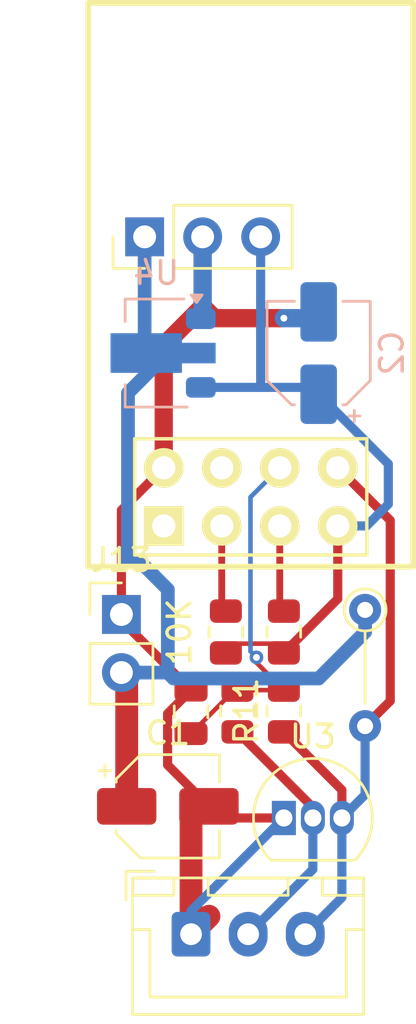
<source format=kicad_pcb>
(kicad_pcb (version 20241229) (generator "pcbnew") (generator_version "9.0")
  (layers (0 "F.Cu" signal) (2 "B.Cu" signal) (13 "F.Paste" user) (15 "B.Paste" user) (5 "F.SilkS" user "F.Silkscreen") (7 "B.SilkS" user "B.Silkscreen") (1 "F.Mask" user) (3 "B.Mask" user) (25 "Edge.Cuts" user))
  (net 0 "")
  (net 1 "Net-(U1-RST)")
  (net 2 "+5V")
  (net 3 "+3V3")
  (net 4 "Net-(U1-CH_PD)")
  (net 7 "1WIRE")
  (net 8 "GND")
  (net 9 "1W5V")
  (net 10 "/1WIRE_BUS")
  (footprint "Capacitor_SMD:C_0805_2012Metric" (layer "F.Cu") (at 138.176 89.85 90)
    (property "Reference" "C7" (hide yes))
    (property "Value" "479pF")
    (fp_line (start -0.261252 -0.735) (end 0.261252 -0.735) (stroke (width 0.12)) (layer "F.SilkS"))
    (fp_line (start -0.261252 0.735) (end 0.261252 0.735) (stroke (width 0.12)) (layer "F.SilkS"))
    (pad "1" smd roundrect (at -0.95 0 90) (size 1 1.45) (layers "F.Cu" "F.Mask" "F.Paste") (net 7 "1WIRE"))
    (pad "2" smd roundrect (at 0.95 0 90) (size 1 1.45) (layers "F.Cu" "F.Mask" "F.Paste") (net 8 "GND"))
  )
  (footprint "Capacitor_SMD:CP_Elec_4x4.5" (layer "F.Cu") (at 137.16 93.98)
    (property "Reference" "C1" (at 0 -3.2 0) (layer "F.SilkS"))
    (property "Value" "10uf")
    (fp_line (start -3 -1.56) (end -2.5 -1.56) (stroke (width 0.12)) (layer "F.SilkS"))
    (fp_line (start -2.75 -1.81) (end -2.75 -1.31) (stroke (width 0.12)) (layer "F.SilkS"))
    (fp_line (start -2.26 -1.195563) (end -2.26 -1.06) (stroke (width 0.12)) (layer "F.SilkS"))
    (fp_line (start -2.26 -1.195563) (end -1.195563 -2.26) (stroke (width 0.12)) (layer "F.SilkS"))
    (fp_line (start -2.26 1.195563) (end -2.26 1.06) (stroke (width 0.12)) (layer "F.SilkS"))
    (fp_line (start -2.26 1.195563) (end -1.195563 2.26) (stroke (width 0.12)) (layer "F.SilkS"))
    (fp_line (start -1.195563 -2.26) (end 2.26 -2.26) (stroke (width 0.12)) (layer "F.SilkS"))
    (fp_line (start -1.195563 2.26) (end 2.26 2.26) (stroke (width 0.12)) (layer "F.SilkS"))
    (fp_line (start 2.26 -2.26) (end 2.26 -1.06) (stroke (width 0.12)) (layer "F.SilkS"))
    (fp_line (start 2.26 2.26) (end 2.26 1.06) (stroke (width 0.12)) (layer "F.SilkS"))
    (pad "1" smd roundrect (at -1.8 0) (size 2.6 1.6) (layers "F.Cu" "F.Mask" "F.Paste") (roundrect_rratio 0.15625) (net 2 "+5V"))
    (pad "2" smd roundrect (at 1.8 0) (size 2.6 1.6) (layers "F.Cu" "F.Mask" "F.Paste") (roundrect_rratio 0.15625) (net 8 "GND"))
  )
  (footprint "Resistor_SMD:R_0805_2012Metric" (layer "F.Cu") (at 142.24 89.8125 90)
    (property "Reference" "R11" (at 0 -1.65 90) (layer "F.SilkS"))
    (property "Value" "4K7")
    (fp_line (start -0.227064 -0.735) (end 0.227064 -0.735) (stroke (width 0.12)) (layer "F.SilkS"))
    (fp_line (start -0.227064 0.735) (end 0.227064 0.735) (stroke (width 0.12)) (layer "F.SilkS"))
    (pad "1" smd roundrect (at -0.9125 0 90) (size 1.025 1.4) (layers "F.Cu" "F.Mask" "F.Paste") (roundrect_rratio 0.243902) (net 9 "1W5V"))
    (pad "2" smd roundrect (at 0.9125 0 90) (size 1.025 1.4) (layers "F.Cu" "F.Mask" "F.Paste") (roundrect_rratio 0.243902) (net 7 "1WIRE"))
  )
  (footprint "Connector_PinHeader_2.54mm:PinHeader_1x03_P2.54mm_Vertical" (layer "F.Cu") (at 136.144 69.088 90)
    (property "Reference" "J2" (hide yes))
    (property "Value" "Conn_01x03" (hide yes))
    (fp_line (start -1.38 -1.38) (end 0 -1.38) (stroke (width 0.12)) (layer "F.SilkS"))
    (fp_line (start -1.38 0) (end -1.38 -1.38) (stroke (width 0.12)) (layer "F.SilkS"))
    (fp_line (start 1.38 1.27) (end 1.38 6.46) (stroke (width 0.12)) (layer "F.SilkS"))
    (fp_line (start -1.38 1.27) (end 1.38 1.27) (stroke (width 0.12)) (layer "F.SilkS"))
    (fp_line (start -1.38 1.27) (end -1.38 6.46) (stroke (width 0.12)) (layer "F.SilkS"))
    (fp_line (start -1.38 6.46) (end 1.38 6.46) (stroke (width 0.12)) (layer "F.SilkS"))
    (pad "1" thru_hole rect (at 0 0 90) (size 1.7 1.7) (drill 1) (layers "*.Cu" "*.Mask") (net 2 "+5V"))
    (pad "2" thru_hole circle (at 0 2.54 90) (size 1.7 1.7) (drill 1) (layers "*.Cu" "*.Mask") (net 8 "GND"))
    (pad "3" thru_hole circle (at 0 5.08 90) (size 1.7 1.7) (drill 1) (layers "*.Cu" "*.Mask") (net 3 "+3V3"))
  )
  (footprint "Resistor_SMD:R_0805_2012Metric" (layer "F.Cu") (at 140.208 89.8125 -90)
    (property "Reference" "R12" (hide yes))
    (property "Value" "62")
    (fp_line (start -0.227064 0.735) (end 0.227064 0.735) (stroke (width 0.12)) (layer "F.SilkS"))
    (fp_line (start -0.227064 -0.735) (end 0.227064 -0.735) (stroke (width 0.12)) (layer "F.SilkS"))
    (pad "1" smd roundrect (at -0.9125 0 270) (size 1.025 1.4) (layers "F.Cu" "F.Mask" "F.Paste") (roundrect_rratio 0.243902) (net 7 "1WIRE"))
    (pad "2" smd roundrect (at 0.9125 0 270) (size 1.025 1.4) (layers "F.Cu" "F.Mask" "F.Paste") (roundrect_rratio 0.243902) (net 10 "/1WIRE_BUS"))
  )
  (footprint "Connector_PinHeader_2.54mm:PinHeader_1x02_P2.54mm_Vertical" (layer "F.Cu") (at 135.128 85.593)
    (property "Reference" "J13" (at 0 -2.38 0) (layer "F.SilkS"))
    (property "Value" "Conn_01x02" (hide yes))
    (fp_line (start -1.38 -1.38) (end 0 -1.38) (stroke (width 0.12)) (layer "F.SilkS"))
    (fp_line (start -1.38 0) (end -1.38 -1.38) (stroke (width 0.12)) (layer "F.SilkS"))
    (fp_line (start -1.38 1.27) (end -1.38 3.92) (stroke (width 0.12)) (layer "F.SilkS"))
    (fp_line (start -1.38 1.27) (end 1.38 1.27) (stroke (width 0.12)) (layer "F.SilkS"))
    (fp_line (start -1.38 3.92) (end 1.38 3.92) (stroke (width 0.12)) (layer "F.SilkS"))
    (fp_line (start 1.38 1.27) (end 1.38 3.92) (stroke (width 0.12)) (layer "F.SilkS"))
    (pad "1" thru_hole rect (at 0 0) (size 1.7 1.7) (drill 1) (layers "*.Cu" "*.Mask") (net 8 "GND"))
    (pad "2" thru_hole circle (at 0 2.54) (size 1.7 1.7) (drill 1) (layers "*.Cu" "*.Mask") (net 2 "+5V"))
  )
  (footprint "Package_TO_SOT_THT:TO-92_Inline" (layer "F.Cu") (at 142.24 94.488)
    (property "Reference" "U3" (at 1.27 -3.56 0) (layer "F.SilkS"))
    (property "Value" "DS18B20" (hide yes))
    (fp_line (start -0.53 1.85) (end 3.07 1.85) (stroke (width 0.12)) (layer "F.SilkS"))
    (fp_arc (start -0.568478 1.838478) (mid -1.132087 -0.994977) (end 1.27 -2.6) (stroke (width 0.12)) (layer "F.SilkS"))
    (fp_arc (start 1.27 -2.6) (mid 3.672087 -0.994977) (end 3.108478 1.838478) (stroke (width 0.12)) (layer "F.SilkS"))
    (pad "1" thru_hole rect (at 0 0) (size 1.05 1.5) (drill 0.75) (layers "*.Cu" "*.Mask") (net 8 "GND"))
    (pad "2" thru_hole oval (at 1.27 0) (size 1.05 1.5) (drill 0.75) (layers "*.Cu" "*.Mask") (net 10 "/1WIRE_BUS"))
    (pad "3" thru_hole oval (at 2.54 0) (size 1.05 1.5) (drill 0.75) (layers "*.Cu" "*.Mask") (net 9 "1W5V"))
  )
  (footprint "Resistor_THT:R_Axial_DIN0204_L3.6mm_D1.6mm_P5.08mm_Vertical" (layer "F.Cu") (at 145.796 85.394 -90)
    (property "Reference" "F1" (hide yes))
    (property "Value" "Polyfuse_Small" (hide yes))
    (fp_line (start 0.92 0) (end 4.08 0) (stroke (width 0.12)) (layer "F.SilkS"))
    (fp_circle (center 0 0) (end 0.92 0) (stroke (width 0.12)) (fill no) (layer "F.SilkS"))
    (pad "1" thru_hole circle (at 0 0 270) (size 1.4 1.4) (drill 0.7) (layers "*.Cu" "*.Mask") (net 2 "+5V"))
    (pad "2" thru_hole oval (at 5.08 0 270) (size 1.4 1.4) (drill 0.7) (layers "*.Cu" "*.Mask") (net 9 "1W5V"))
  )
  (footprint "ESP8266:ESP-01" (layer "F.Cu") (at 136.98 81.724 90)
    (property "Reference" "U1" (hide yes))
    (property "Value" "ESP-01v090" (hide yes))
    (fp_line (start 22.86 -3.302) (end 22.86 10.922) (stroke (width 0.254)) (layer "F.SilkS"))
    (fp_line (start -1.778 -3.302) (end 22.86 -3.302) (stroke (width 0.254)) (layer "F.SilkS"))
    (fp_line (start 3.81 -1.27) (end 1.27 -1.27) (stroke (width 0.1524)) (layer "F.SilkS"))
    (fp_line (start 1.27 -1.27) (end -1.27 -1.27) (stroke (width 0.1524)) (layer "F.SilkS"))
    (fp_line (start -1.27 -1.27) (end -1.27 1.27) (stroke (width 0.1524)) (layer "F.SilkS"))
    (fp_line (start -1.27 1.27) (end -1.27 8.89) (stroke (width 0.1524)) (layer "F.SilkS"))
    (fp_line (start 3.81 8.89) (end 3.81 -1.27) (stroke (width 0.1524)) (layer "F.SilkS"))
    (fp_line (start -1.27 8.89) (end 3.81 8.89) (stroke (width 0.1524)) (layer "F.SilkS"))
    (fp_line (start 22.86 10.922) (end -1.778 10.922) (stroke (width 0.254)) (layer "F.SilkS"))
    (fp_line (start -1.778 10.922) (end -1.778 -3.302) (stroke (width 0.254)) (layer "F.SilkS"))
    (pad "1" thru_hole rect (at 0 0 90) (size 1.7272 1.7272) (drill 1.016) (layers "*.Cu" "*.Mask" "F.SilkS"))
    (pad "2" thru_hole oval (at 2.54 0 90) (size 1.7272 1.7272) (drill 1.016) (layers "*.Cu" "*.Mask" "F.SilkS") (net 8 "GND"))
    (pad "3" thru_hole oval (at 0 2.54 90) (size 1.7272 1.7272) (drill 1.016) (layers "*.Cu" "*.Mask" "F.SilkS") (net 4 "Net-(U1-CH_PD)"))
    (pad "4" thru_hole oval (at 2.54 2.54 90) (size 1.7272 1.7272) (drill 1.016) (layers "*.Cu" "*.Mask" "F.SilkS"))
    (pad "5" thru_hole oval (at 0 5.08 90) (size 1.7272 1.7272) (drill 1.016) (layers "*.Cu" "*.Mask" "F.SilkS") (net 1 "Net-(U1-RST)"))
    (pad "6" thru_hole oval (at 2.54 5.08 90) (size 1.7272 1.7272) (drill 1.016) (layers "*.Cu" "*.Mask" "F.SilkS") (net 7 "1WIRE"))
    (pad "7" thru_hole oval (at 0 7.62 90) (size 1.7272 1.7272) (drill 1.016) (layers "*.Cu" "*.Mask" "F.SilkS") (net 3 "+3V3"))
    (pad "8" thru_hole oval (at 2.54 7.62 90) (size 1.7272 1.7272) (drill 1.016) (layers "*.Cu" "*.Mask" "F.SilkS") (net 9 "1W5V"))
  )
  (footprint "Resistor_SMD:R_0805_2012Metric" (layer "F.Cu") (at 139.7 86.36 90)
    (property "Reference" "R3" (hide yes))
    (property "Value" "10K" (at 0 -2.032 90) (layer "F.SilkS"))
    (fp_line (start -0.227064 -0.735) (end 0.227064 -0.735) (stroke (width 0.12)) (layer "F.SilkS"))
    (fp_line (start -0.227064 0.735) (end 0.227064 0.735) (stroke (width 0.12)) (layer "F.SilkS"))
    (pad "1" smd roundrect (at -0.9125 0 90) (size 1.025 1.4) (layers "F.Cu" "F.Mask" "F.Paste") (roundrect_rratio 0.243902) (net 3 "+3V3"))
    (pad "2" smd roundrect (at 0.9125 0 90) (size 1.025 1.4) (layers "F.Cu" "F.Mask" "F.Paste") (roundrect_rratio 0.243902) (net 4 "Net-(U1-CH_PD)"))
  )
  (footprint "Connector_JST:JST_XH_B3B-XH-A_1x03_P2.50mm_Vertical" (layer "F.Cu") (at 138.176 99.568)
    (property "Reference" "J12" (hide yes))
    (property "Value" "Conn_01x03_Male" (hide yes))
    (fp_line (start -2.85 -2.75) (end -2.85 -1.5) (stroke (width 0.12)) (layer "F.SilkS"))
    (fp_line (start -2.56 -2.46) (end -2.56 3.51) (stroke (width 0.12)) (layer "F.SilkS"))
    (fp_line (start -2.56 3.51) (end 7.56 3.51) (stroke (width 0.12)) (layer "F.SilkS"))
    (fp_line (start -2.55 -2.45) (end -2.55 -1.7) (stroke (width 0.12)) (layer "F.SilkS"))
    (fp_line (start -2.55 -1.7) (end -0.75 -1.7) (stroke (width 0.12)) (layer "F.SilkS"))
    (fp_line (start -2.55 -0.2) (end -1.8 -0.2) (stroke (width 0.12)) (layer "F.SilkS"))
    (fp_line (start -1.8 -0.2) (end -1.8 2.75) (stroke (width 0.12)) (layer "F.SilkS"))
    (fp_line (start -1.8 2.75) (end 2.5 2.75) (stroke (width 0.12)) (layer "F.SilkS"))
    (fp_line (start -1.6 -2.75) (end -2.85 -2.75) (stroke (width 0.12)) (layer "F.SilkS"))
    (fp_line (start -0.75 -2.45) (end -2.55 -2.45) (stroke (width 0.12)) (layer "F.SilkS"))
    (fp_line (start -0.75 -1.7) (end -0.75 -2.45) (stroke (width 0.12)) (layer "F.SilkS"))
    (fp_line (start 0.75 -2.45) (end 0.75 -1.7) (stroke (width 0.12)) (layer "F.SilkS"))
    (fp_line (start 0.75 -1.7) (end 4.25 -1.7) (stroke (width 0.12)) (layer "F.SilkS"))
    (fp_line (start 4.25 -2.45) (end 0.75 -2.45) (stroke (width 0.12)) (layer "F.SilkS"))
    (fp_line (start 4.25 -1.7) (end 4.25 -2.45) (stroke (width 0.12)) (layer "F.SilkS"))
    (fp_line (start 5.75 -2.45) (end 5.75 -1.7) (stroke (width 0.12)) (layer "F.SilkS"))
    (fp_line (start 5.75 -1.7) (end 7.55 -1.7) (stroke (width 0.12)) (layer "F.SilkS"))
    (fp_line (start 6.8 -0.2) (end 6.8 2.75) (stroke (width 0.12)) (layer "F.SilkS"))
    (fp_line (start 6.8 2.75) (end 2.5 2.75) (stroke (width 0.12)) (layer "F.SilkS"))
    (fp_line (start 7.55 -2.45) (end 5.75 -2.45) (stroke (width 0.12)) (layer "F.SilkS"))
    (fp_line (start 7.55 -1.7) (end 7.55 -2.45) (stroke (width 0.12)) (layer "F.SilkS"))
    (fp_line (start 7.55 -0.2) (end 6.8 -0.2) (stroke (width 0.12)) (layer "F.SilkS"))
    (fp_line (start 7.56 -2.46) (end -2.56 -2.46) (stroke (width 0.12)) (layer "F.SilkS"))
    (fp_line (start 7.56 3.51) (end 7.56 -2.46) (stroke (width 0.12)) (layer "F.SilkS"))
    (pad "1" thru_hole roundrect (at 0 0) (size 1.7 1.95) (drill 0.95) (layers "*.Cu" "*.Mask") (roundrect_rratio 0.147059) (net 8 "GND"))
    (pad "2" thru_hole oval (at 2.5 0) (size 1.7 1.95) (drill 0.95) (layers "*.Cu" "*.Mask") (net 10 "/1WIRE_BUS"))
    (pad "3" thru_hole oval (at 5 0) (size 1.7 1.95) (drill 0.95) (layers "*.Cu" "*.Mask") (net 9 "1W5V"))
  )
  (footprint "Resistor_SMD:R_0805_2012Metric" (layer "F.Cu") (at 142.24 86.36 90)
    (property "Reference" "R1" (hide yes))
    (property "Value" "10K")
    (fp_line (start -0.227064 -0.735) (end 0.227064 -0.735) (stroke (width 0.12)) (layer "F.SilkS"))
    (fp_line (start -0.227064 0.735) (end 0.227064 0.735) (stroke (width 0.12)) (layer "F.SilkS"))
    (pad "1" smd roundrect (at -0.9125 0 90) (size 1.025 1.4) (layers "F.Cu" "F.Mask" "F.Paste") (roundrect_rratio 0.243902) (net 3 "+3V3"))
    (pad "2" smd roundrect (at 0.9125 0 90) (size 1.025 1.4) (layers "F.Cu" "F.Mask" "F.Paste") (roundrect_rratio 0.243902) (net 1 "Net-(U1-RST)"))
  )
  (footprint "Capacitor_SMD:CP_Elec_4x4.5" (layer "B.Cu") (at 143.764 74.168 90)
    (property "Reference" "C2" (at 0 3.2 90) (layer "B.SilkS") (effects (justify mirror)))
    (property "Value" "10uf")
    (fp_line (start 2.26 -2.26) (end 2.26 -1.06) (stroke (width 0.12)) (layer "B.SilkS"))
    (fp_line (start -1.195563 -2.26) (end 2.26 -2.26) (stroke (width 0.12)) (layer "B.SilkS"))
    (fp_line (start -2.26 -1.195563) (end -1.195563 -2.26) (stroke (width 0.12)) (layer "B.SilkS"))
    (fp_line (start -2.26 -1.195563) (end -2.26 -1.06) (stroke (width 0.12)) (layer "B.SilkS"))
    (fp_line (start -2.26 1.195563) (end -2.26 1.06) (stroke (width 0.12)) (layer "B.SilkS"))
    (fp_line (start -2.26 1.195563) (end -1.195563 2.26) (stroke (width 0.12)) (layer "B.SilkS"))
    (fp_line (start -3 1.56) (end -2.5 1.56) (stroke (width 0.12)) (layer "B.SilkS"))
    (fp_line (start -2.75 1.81) (end -2.75 1.31) (stroke (width 0.12)) (layer "B.SilkS"))
    (fp_line (start 2.26 2.26) (end 2.26 1.06) (stroke (width 0.12)) (layer "B.SilkS"))
    (fp_line (start -1.195563 2.26) (end 2.26 2.26) (stroke (width 0.12)) (layer "B.SilkS"))
    (pad "1" smd roundrect (at -1.8 0 90) (size 2.6 1.6) (layers "B.Cu" "B.Mask" "B.Paste") (roundrect_rratio 0.15625) (net 3 "+3V3"))
    (pad "2" smd roundrect (at 1.8 0 90) (size 2.6 1.6) (layers "B.Cu" "B.Mask" "B.Paste") (roundrect_rratio 0.15625) (net 8 "GND"))
  )
  (footprint "Package_TO_SOT_SMD:SOT-89-3" (layer "B.Cu") (at 136.652 74.168 180)
    (property "Reference" "U4" (at 0 3.5 0) (layer "B.SilkS") (effects (justify mirror)))
    (property "Value" "HT73xx-1-SOT89")
    (fp_line (start 1.36 1.38) (end 1.36 2.36) (stroke (width 0.12)) (layer "B.SilkS"))
    (fp_line (start 1.36 -1.38) (end 1.36 -2.36) (stroke (width 0.12)) (layer "B.SilkS"))
    (fp_line (start 1.36 -2.36) (end -1.36 -2.36) (stroke (width 0.12)) (layer "B.SilkS"))
    (fp_line (start -1.22 2.36) (end 1.36 2.36) (stroke (width 0.12)) (layer "B.SilkS"))
    (fp_poly (pts (xy -1.77 2.21) (xy -2.01 2.54) (xy -1.53 2.54) (xy -1.77 2.21)) (stroke (width 0.12)) (fill yes) (layer "B.SilkS"))
    (pad "1" smd roundrect (at -1.95 1.5 180) (size 1.3 0.9) (layers "B.Cu" "B.Mask" "B.Paste") (net 8 "GND"))
    (pad "2" smd custom (at -1.8625 0 180) (size 1.475 0.9) (layers "B.Cu" "B.Mask" "B.Paste") (net 2 "+5V") (options (clearance outline) (anchor rect)) (primitives (gr_poly (pts (xy 3.8625 -0.8665) (xy 0.7375 -0.8665) (xy 0.7375 0.8665) (xy 3.8625 0.8665)) (width 0) (fill yes))))
    (pad "3" smd roundrect (at -1.95 -1.5 180) (size 1.3 0.9) (layers "B.Cu" "B.Mask" "B.Paste") (net 3 "+3V3"))
  )
  (segment (start 142.06 81.724) (end 142.06 85.2675) (width 0.3) (layer "F.Cu") (net 1))
  (segment (start 135.36 93.98) (end 135.36 88.365) (width 1) (layer "F.Cu") (net 2))
  (segment (start 135.949 83.2886) (end 135.4154 83.2886) (width 0.6) (layer "B.Cu") (net 2))
  (segment (start 135.128 88.133) (end 137.16 88.133) (width 0.6) (layer "B.Cu") (net 2))
  (segment (start 137.16 84.4996) (end 135.949 83.2886) (width 0.6) (layer "B.Cu") (net 2))
  (segment (start 145.796 86.36) (end 145.796 85.394) (width 0.6) (layer "B.Cu") (net 2))
  (segment (start 137.409 88.392) (end 137.16 88.143) (width 0.6) (layer "B.Cu") (net 2))
  (segment (start 135.4154 75.9126) (end 137.16 74.168) (width 0.6) (layer "B.Cu") (net 2))
  (segment (start 137.16 88.143) (end 137.16 88.133) (width 0.6) (layer "B.Cu") (net 2))
  (segment (start 135.4154 83.2886) (end 135.4154 75.9126) (width 0.6) (layer "B.Cu") (net 2))
  (segment (start 136.144 74.168) (end 136.144 69.088) (width 0.6) (layer "B.Cu") (net 2))
  (segment (start 145.796 86.36) (end 143.764 88.392) (width 0.6) (layer "B.Cu") (net 2))
  (segment (start 143.764 88.392) (end 137.409 88.392) (width 0.6) (layer "B.Cu") (net 2))
  (segment (start 137.16 88.133) (end 137.16 84.4996) (width 0.6) (layer "B.Cu") (net 2))
  (segment (start 141.836692 86.869192) (end 140.103308 86.869192) (width 0.2) (layer "F.Cu") (net 3))
  (segment (start 144.6 84.9125) (end 144.6 81.724) (width 0.4) (layer "F.Cu") (net 3))
  (segment (start 142.24 87.2725) (end 144.6 84.9125) (width 0.4) (layer "F.Cu") (net 3))
  (segment (start 141.224 69.088) (end 141.224 75.668) (width 0.4) (layer "B.Cu") (net 3))
  (segment (start 138.602 75.668) (end 141.224 75.668) (width 0.4) (layer "B.Cu") (net 3))
  (segment (start 143.764 75.968) (end 146.812 79.016) (width 0.4) (layer "B.Cu") (net 3))
  (segment (start 146.812 79.016) (end 146.812 80.772) (width 0.4) (layer "B.Cu") (net 3))
  (segment (start 141.224 75.668) (end 143.464 75.668) (width 0.4) (layer "B.Cu") (net 3))
  (segment (start 145.86 81.724) (end 144.6 81.724) (width 0.4) (layer "B.Cu") (net 3))
  (segment (start 146.812 80.772) (end 145.86 81.724) (width 0.4) (layer "B.Cu") (net 3))
  (segment (start 139.52 81.724) (end 139.52 85.2675) (width 0.3) (layer "F.Cu") (net 4))
  (segment (start 141.04 87.7) (end 142.24 88.9) (width 0.2) (layer "F.Cu") (net 7))
  (segment (start 142.24 88.9) (end 140.208 88.9) (width 0.2) (layer "F.Cu") (net 7))
  (segment (start 140.076 88.9) (end 138.176 90.8) (width 0.2) (layer "F.Cu") (net 7))
  (segment (start 141.04 87.470192) (end 141.04 87.7) (width 0.2) (layer "F.Cu") (net 7))
  (via (at 141.04 87.470192) (size 0.6) (drill 0.3) (layers "F.Cu" "B.Cu") (net 7))
  (segment (start 140.778192 87.208384) (end 141.04 87.470192) (width 0.2) (layer "B.Cu") (net 7))
  (segment (start 140.778192 80.465808) (end 140.778192 87.208384) (width 0.2) (layer "B.Cu") (net 7))
  (segment (start 142.06 79.184) (end 140.778192 80.465808) (width 0.2) (layer "B.Cu") (net 7))
  (segment (start 138.96 98.784) (end 138.176 99.568) (width 1) (layer "F.Cu") (net 8))
  (segment (start 136.98 79.184) (end 136.98 73.84) (width 0.8) (layer "F.Cu") (net 8))
  (segment (start 138.684 72.136) (end 139.192 72.644) (width 0.8) (layer "F.Cu") (net 8))
  (segment (start 136.98 73.84) (end 138.684 72.136) (width 0.8) (layer "F.Cu") (net 8))
  (segment (start 137.15 89.926) (end 137.15 92.17) (width 0.4) (layer "F.Cu") (net 8))
  (segment (start 139.7 94.488) (end 142.24 94.488) (width 0.4) (layer "F.Cu") (net 8))
  (segment (start 138.684 93.98) (end 138.176 94.488) (width 1) (layer "F.Cu") (net 8))
  (segment (start 138.176 94.488) (end 138.176 99.568) (width 1) (layer "F.Cu") (net 8))
  (segment (start 135.128 81.036) (end 136.98 79.184) (width 0.4) (layer "F.Cu") (net 8))
  (segment (start 135.128 85.852) (end 138.176 88.9) (width 0.4) (layer "F.Cu") (net 8))
  (segment (start 138.176 88.9) (end 137.15 89.926) (width 0.4) (layer "F.Cu") (net 8))
  (segment (start 138.684 72.136) (end 138.684 69.088) (width 0.8) (layer "F.Cu") (net 8))
  (segment (start 137.15 92.17) (end 138.96 93.98) (width 0.4) (layer "F.Cu") (net 8))
  (segment (start 139.192 72.644) (end 142.24 72.644) (width 0.8) (layer "F.Cu") (net 8))
  (segment (start 135.128 85.593) (end 135.128 81.036) (width 0.4) (layer "F.Cu") (net 8))
  (via (at 142.24 72.644) (size 0.6) (drill 0.3) (layers "F.Cu" "B.Cu") (net 8))
  (segment (start 138.684 72.586) (end 138.684 69.088) (width 0.8) (layer "B.Cu") (net 8))
  (segment (start 138.176 98.552) (end 142.24 94.488) (width 0.4) (layer "B.Cu") (net 8))
  (segment (start 138.602 72.668) (end 138.684 72.586) (width 0.8) (layer "B.Cu") (net 8))
  (segment (start 142.24 72.644) (end 143.488 72.644) (width 0.8) (layer "B.Cu") (net 8))
  (segment (start 138.176 99.568) (end 138.176 98.552) (width 0.4) (layer "B.Cu") (net 8))
  (segment (start 146.897 81.481) (end 144.6 79.184) (width 0.4) (layer "F.Cu") (net 9))
  (segment (start 144.78 93.265) (end 144.78 94.488) (width 0.4) (layer "F.Cu") (net 9))
  (segment (start 145.796 90.474) (end 146.897 89.373) (width 0.4) (layer "F.Cu") (net 9))
  (segment (start 142.24 90.725) (end 144.78 93.265) (width 0.4) (layer "F.Cu") (net 9))
  (segment (start 146.897 89.373) (end 146.897 81.481) (width 0.4) (layer "F.Cu") (net 9))
  (segment (start 144.78 97.964) (end 144.78 94.488) (width 0.4) (layer "B.Cu") (net 9))
  (segment (start 145.796 90.474) (end 145.796 93.472) (width 0.4) (layer "B.Cu") (net 9))
  (segment (start 143.176 99.568) (end 144.78 97.964) (width 0.4) (layer "B.Cu") (net 9))
  (segment (start 145.796 93.472) (end 144.78 94.488) (width 0.4) (layer "B.Cu") (net 9))
  (segment (start 140.208 90.725) (end 143.51 94.027) (width 0.4) (layer "F.Cu") (net 10))
  (segment (start 140.676 99.568) (end 143.51 96.734) (width 0.4) (layer "B.Cu") (net 10))
  (segment (start 143.51 96.734) (end 143.51 94.488) (width 0.4) (layer "B.Cu") (net 10))
)
</source>
